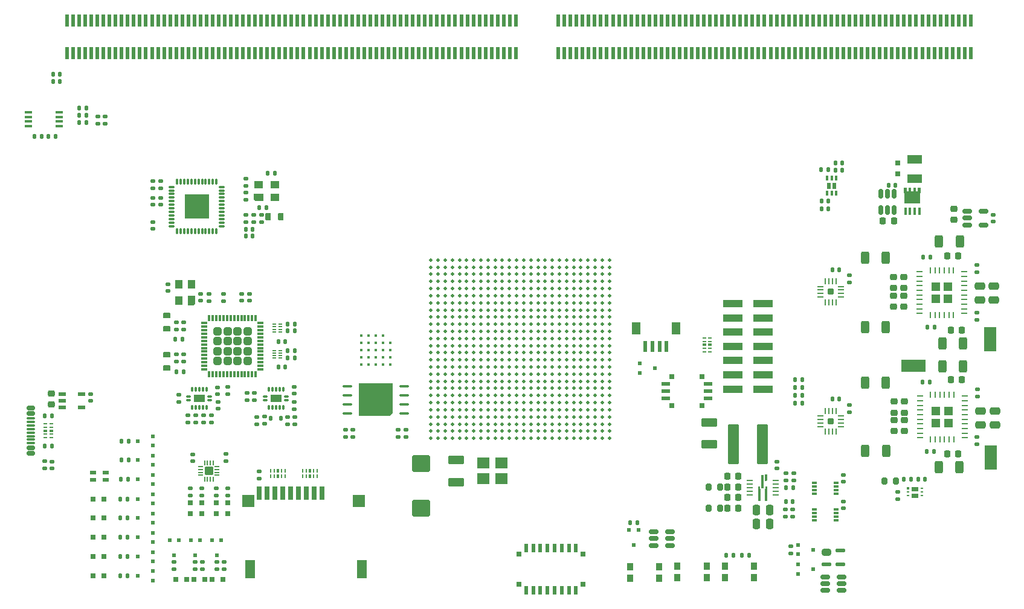
<source format=gbr>
G04 #@! TF.GenerationSoftware,KiCad,Pcbnew,7.0.11-rc3*
G04 #@! TF.CreationDate,2024-11-10T09:22:12+01:00*
G04 #@! TF.ProjectId,sodimm-ddr5-tester,736f6469-6d6d-42d6-9464-72352d746573,1.2.0*
G04 #@! TF.SameCoordinates,Original*
G04 #@! TF.FileFunction,Paste,Top*
G04 #@! TF.FilePolarity,Positive*
%FSLAX46Y46*%
G04 Gerber Fmt 4.6, Leading zero omitted, Abs format (unit mm)*
G04 Created by KiCad (PCBNEW 7.0.11-rc3) date 2024-11-10 09:22:12*
%MOMM*%
%LPD*%
G01*
G04 APERTURE LIST*
G04 Aperture macros list*
%AMRoundRect*
0 Rectangle with rounded corners*
0 $1 Rounding radius*
0 $2 $3 $4 $5 $6 $7 $8 $9 X,Y pos of 4 corners*
0 Add a 4 corners polygon primitive as box body*
4,1,4,$2,$3,$4,$5,$6,$7,$8,$9,$2,$3,0*
0 Add four circle primitives for the rounded corners*
1,1,$1+$1,$2,$3*
1,1,$1+$1,$4,$5*
1,1,$1+$1,$6,$7*
1,1,$1+$1,$8,$9*
0 Add four rect primitives between the rounded corners*
20,1,$1+$1,$2,$3,$4,$5,0*
20,1,$1+$1,$4,$5,$6,$7,0*
20,1,$1+$1,$6,$7,$8,$9,0*
20,1,$1+$1,$8,$9,$2,$3,0*%
%AMOutline5P*
0 Free polygon, 5 corners , with rotation*
0 The origin of the aperture is its center*
0 number of corners: always 5*
0 $1 to $10 corner X, Y*
0 $11 Rotation angle, in degrees counterclockwise*
0 create outline with 5 corners*
4,1,5,$1,$2,$3,$4,$5,$6,$7,$8,$9,$10,$1,$2,$11*%
%AMOutline6P*
0 Free polygon, 6 corners , with rotation*
0 The origin of the aperture is its center*
0 number of corners: always 6*
0 $1 to $12 corner X, Y*
0 $13 Rotation angle, in degrees counterclockwise*
0 create outline with 6 corners*
4,1,6,$1,$2,$3,$4,$5,$6,$7,$8,$9,$10,$11,$12,$1,$2,$13*%
%AMOutline7P*
0 Free polygon, 7 corners , with rotation*
0 The origin of the aperture is its center*
0 number of corners: always 7*
0 $1 to $14 corner X, Y*
0 $15 Rotation angle, in degrees counterclockwise*
0 create outline with 7 corners*
4,1,7,$1,$2,$3,$4,$5,$6,$7,$8,$9,$10,$11,$12,$13,$14,$1,$2,$15*%
%AMOutline8P*
0 Free polygon, 8 corners , with rotation*
0 The origin of the aperture is its center*
0 number of corners: always 8*
0 $1 to $16 corner X, Y*
0 $17 Rotation angle, in degrees counterclockwise*
0 create outline with 8 corners*
4,1,8,$1,$2,$3,$4,$5,$6,$7,$8,$9,$10,$11,$12,$13,$14,$15,$16,$1,$2,$17*%
%AMFreePoly0*
4,1,14,0.410353,0.160356,0.535354,0.035356,0.549998,0.000001,0.549998,-0.124999,0.535353,-0.160354,0.499998,-0.174999,-0.400002,-0.174999,-0.435357,-0.160354,-0.450002,-0.124999,-0.450002,0.125001,-0.435357,0.160356,-0.400002,0.175001,0.374998,0.175001,0.410353,0.160356,0.410353,0.160356,$1*%
%AMFreePoly1*
4,1,16,0.985355,0.185355,1.000000,0.150000,1.000000,-0.150000,0.985355,-0.185355,0.950000,-0.200000,-0.950000,-0.200000,-0.985355,-0.185355,-1.000000,-0.150000,-1.000000,0.050000,-0.985355,0.085355,-0.950000,0.100000,-0.670710,0.100000,-0.585356,0.185355,-0.550000,0.200000,0.950000,0.200000,0.985355,0.185355,0.985355,0.185355,$1*%
%AMFreePoly2*
4,1,16,0.985355,0.185355,1.000000,0.150000,1.000000,-0.150000,0.985355,-0.185355,0.950000,-0.200000,-0.550000,-0.200000,-0.585356,-0.185355,-0.670710,-0.100000,-0.950000,-0.100000,-0.985355,-0.085355,-1.000000,-0.050000,-1.000000,0.150000,-0.985355,0.185355,-0.950000,0.200000,0.950000,0.200000,0.985355,0.185355,0.985355,0.185355,$1*%
%AMFreePoly3*
4,1,18,-2.400000,1.860000,-1.935000,2.325000,2.167500,2.325000,2.256474,2.307302,2.331902,2.256902,2.382302,2.181474,2.400000,2.092500,2.400000,-2.092500,2.382302,-2.181474,2.331902,-2.256902,2.256474,-2.307302,2.167500,-2.325000,-2.167500,-2.325000,-2.256474,-2.307302,-2.331902,-2.256902,-2.382302,-2.181474,-2.400000,-2.092500,-2.400000,1.860000,-2.400000,1.860000,$1*%
%AMFreePoly4*
4,1,21,1.372500,0.787500,0.862500,0.787500,0.862500,0.532500,1.372500,0.532500,1.372500,0.127500,0.862500,0.127500,0.862500,-0.127500,1.372500,-0.127500,1.372500,-0.532500,0.862500,-0.532500,0.862500,-0.787500,1.372500,-0.787500,1.372500,-1.195000,0.612500,-1.195000,0.612500,-1.117500,-0.862500,-1.117500,-0.862500,1.117500,0.612500,1.117500,0.612500,1.195000,1.372500,1.195000,
1.372500,0.787500,1.372500,0.787500,$1*%
G04 Aperture macros list end*
%ADD10C,0.010000*%
%ADD11RoundRect,0.140000X0.170000X-0.140000X0.170000X0.140000X-0.170000X0.140000X-0.170000X-0.140000X0*%
%ADD12Outline5P,-0.650000X0.550000X0.650000X0.550000X0.650000X-0.550000X-0.430000X-0.550000X-0.650000X-0.330000X90.000000*%
%ADD13R,1.100000X1.300000*%
%ADD14RoundRect,0.135000X-0.135000X-0.185000X0.135000X-0.185000X0.135000X0.185000X-0.135000X0.185000X0*%
%ADD15RoundRect,0.135000X-0.185000X0.135000X-0.185000X-0.135000X0.185000X-0.135000X0.185000X0.135000X0*%
%ADD16RoundRect,0.140000X-0.170000X0.140000X-0.170000X-0.140000X0.170000X-0.140000X0.170000X0.140000X0*%
%ADD17RoundRect,0.140000X-0.140000X-0.170000X0.140000X-0.170000X0.140000X0.170000X-0.140000X0.170000X0*%
%ADD18RoundRect,0.114300X0.430700X-0.266700X0.430700X0.266700X-0.430700X0.266700X-0.430700X-0.266700X0*%
%ADD19RoundRect,0.114300X-0.430700X0.266700X-0.430700X-0.266700X0.430700X-0.266700X0.430700X0.266700X0*%
%ADD20RoundRect,0.140000X0.140000X0.170000X-0.140000X0.170000X-0.140000X-0.170000X0.140000X-0.170000X0*%
%ADD21RoundRect,0.114300X-0.266700X-0.430700X0.266700X-0.430700X0.266700X0.430700X-0.266700X0.430700X0*%
%ADD22RoundRect,0.135000X0.185000X-0.135000X0.185000X0.135000X-0.185000X0.135000X-0.185000X-0.135000X0*%
%ADD23Outline5P,-0.650000X0.550000X0.650000X0.550000X0.650000X-0.550000X-0.430000X-0.550000X-0.650000X-0.330000X0.000000*%
%ADD24R,1.300000X1.100000*%
%ADD25O,0.300000X0.900000*%
%ADD26O,0.900000X0.300000*%
%ADD27R,3.500000X3.500000*%
%ADD28C,0.500000*%
%ADD29RoundRect,0.250000X-0.250000X-0.475000X0.250000X-0.475000X0.250000X0.475000X-0.250000X0.475000X0*%
%ADD30RoundRect,0.135000X0.135000X0.185000X-0.135000X0.185000X-0.135000X-0.185000X0.135000X-0.185000X0*%
%ADD31R,0.600000X0.600000*%
%ADD32RoundRect,0.250000X0.312500X0.625000X-0.312500X0.625000X-0.312500X-0.625000X0.312500X-0.625000X0*%
%ADD33RoundRect,0.225000X-0.225000X-0.250000X0.225000X-0.250000X0.225000X0.250000X-0.225000X0.250000X0*%
%ADD34R,0.800000X0.800000*%
%ADD35RoundRect,0.225000X0.250000X-0.225000X0.250000X0.225000X-0.250000X0.225000X-0.250000X-0.225000X0*%
%ADD36RoundRect,0.225000X0.225000X0.250000X-0.225000X0.250000X-0.225000X-0.250000X0.225000X-0.250000X0*%
%ADD37R,2.032000X1.143000*%
%ADD38R,0.570000X1.800000*%
%ADD39R,0.900000X1.000000*%
%ADD40RoundRect,0.225000X-0.250000X0.225000X-0.250000X-0.225000X0.250000X-0.225000X0.250000X0.225000X0*%
%ADD41R,1.200000X0.500000*%
%ADD42R,0.700000X0.700000*%
%ADD43R,0.500000X0.170000*%
%ADD44R,3.400000X1.800000*%
%ADD45FreePoly0,270.000000*%
%ADD46R,0.300000X1.900000*%
%ADD47R,0.900000X0.250000*%
%ADD48FreePoly1,270.000000*%
%ADD49FreePoly2,270.000000*%
%ADD50R,1.100000X0.400000*%
%ADD51RoundRect,0.150000X-0.512500X-0.150000X0.512500X-0.150000X0.512500X0.150000X-0.512500X0.150000X0*%
%ADD52RoundRect,0.062500X0.212500X-0.062500X0.212500X0.062500X-0.212500X0.062500X-0.212500X-0.062500X0*%
%ADD53RoundRect,0.100000X0.175000X-0.100000X0.175000X0.100000X-0.175000X0.100000X-0.175000X-0.100000X0*%
%ADD54RoundRect,0.222500X-0.222500X0.222500X-0.222500X-0.222500X0.222500X-0.222500X0.222500X0.222500X0*%
%ADD55RoundRect,0.062500X-0.062500X0.325000X-0.062500X-0.325000X0.062500X-0.325000X0.062500X0.325000X0*%
%ADD56RoundRect,0.062500X-0.325000X0.062500X-0.325000X-0.062500X0.325000X-0.062500X0.325000X0.062500X0*%
%ADD57RoundRect,0.120000X0.980000X-0.480000X0.980000X0.480000X-0.980000X0.480000X-0.980000X-0.480000X0*%
%ADD58R,0.800000X0.300000*%
%ADD59RoundRect,0.100000X0.550000X-0.100000X0.550000X0.100000X-0.550000X0.100000X-0.550000X-0.100000X0*%
%ADD60FreePoly3,180.000000*%
%ADD61R,1.000000X0.550000*%
%ADD62R,0.450000X0.350000*%
%ADD63R,0.450000X0.250000*%
%ADD64R,0.240000X0.900000*%
%ADD65R,0.900000X0.240000*%
%ADD66R,1.180000X1.180000*%
%ADD67R,0.630000X0.820000*%
%ADD68R,0.350000X0.650000*%
%ADD69RoundRect,0.200000X0.200000X0.275000X-0.200000X0.275000X-0.200000X-0.275000X0.200000X-0.275000X0*%
%ADD70R,1.700000X1.500000*%
%ADD71RoundRect,0.062500X-0.062500X-0.212500X0.062500X-0.212500X0.062500X0.212500X-0.062500X0.212500X0*%
%ADD72RoundRect,0.100000X-0.100000X-0.175000X0.100000X-0.175000X0.100000X0.175000X-0.100000X0.175000X0*%
%ADD73O,0.800000X0.300000*%
%ADD74O,0.300000X0.800000*%
%ADD75R,1.500000X1.000000*%
%ADD76RoundRect,0.250000X0.475000X-0.250000X0.475000X0.250000X-0.475000X0.250000X-0.475000X-0.250000X0*%
%ADD77R,0.405000X0.990000*%
%ADD78FreePoly4,90.000000*%
%ADD79RoundRect,0.120000X-0.980000X0.480000X-0.980000X-0.480000X0.980000X-0.480000X0.980000X0.480000X0*%
%ADD80RoundRect,0.050000X-0.250000X-0.050000X0.250000X-0.050000X0.250000X0.050000X-0.250000X0.050000X0*%
%ADD81RoundRect,0.050000X0.050000X-0.250000X0.050000X0.250000X-0.050000X0.250000X-0.050000X-0.250000X0*%
%ADD82RoundRect,0.050000X0.550000X-0.550000X0.550000X0.550000X-0.550000X0.550000X-0.550000X-0.550000X0*%
%ADD83RoundRect,0.150000X0.512500X0.150000X-0.512500X0.150000X-0.512500X-0.150000X0.512500X-0.150000X0*%
%ADD84R,0.600000X1.550000*%
%ADD85R,1.200000X1.800000*%
%ADD86R,0.850000X0.500000*%
%ADD87RoundRect,0.231000X-1.029000X0.924000X-1.029000X-0.924000X1.029000X-0.924000X1.029000X0.924000X0*%
%ADD88R,0.700000X1.900000*%
%ADD89R,1.700000X1.800000*%
%ADD90R,1.400000X2.600000*%
%ADD91C,0.400000*%
%ADD92R,1.800000X3.400000*%
%ADD93RoundRect,0.155000X0.620000X2.645000X-0.620000X2.645000X-0.620000X-2.645000X0.620000X-2.645000X0*%
%ADD94R,0.500000X1.200000*%
%ADD95RoundRect,0.235000X-0.420000X0.235000X-0.420000X-0.235000X0.420000X-0.235000X0.420000X0.235000X0*%
%ADD96RoundRect,0.137500X-0.517500X0.137500X-0.517500X-0.137500X0.517500X-0.137500X0.517500X0.137500X0*%
%ADD97RoundRect,0.150000X-0.425000X0.150000X-0.425000X-0.150000X0.425000X-0.150000X0.425000X0.150000X0*%
%ADD98RoundRect,0.075000X-0.500000X0.075000X-0.500000X-0.075000X0.500000X-0.075000X0.500000X0.075000X0*%
%ADD99RoundRect,0.150000X-0.150000X0.512500X-0.150000X-0.512500X0.150000X-0.512500X0.150000X0.512500X0*%
%ADD100RoundRect,0.125000X0.125000X0.175000X-0.125000X0.175000X-0.125000X-0.175000X0.125000X-0.175000X0*%
%ADD101RoundRect,0.250000X-0.315000X-0.315000X0.315000X-0.315000X0.315000X0.315000X-0.315000X0.315000X0*%
%ADD102RoundRect,0.075000X-0.362500X-0.075000X0.362500X-0.075000X0.362500X0.075000X-0.362500X0.075000X0*%
%ADD103RoundRect,0.075000X0.075000X-0.362500X0.075000X0.362500X-0.075000X0.362500X-0.075000X-0.362500X0*%
%ADD104R,2.750000X1.000000*%
G04 APERTURE END LIST*
D10*
X193772000Y-194149000D02*
X194575000Y-194149000D01*
X194575000Y-194149000D02*
X194575000Y-194647000D01*
X194575000Y-194647000D02*
X193772000Y-194647000D01*
X193772000Y-194647000D02*
X193772000Y-194149000D01*
G36*
X193772000Y-194149000D02*
G01*
X194575000Y-194149000D01*
X194575000Y-194647000D01*
X193772000Y-194647000D01*
X193772000Y-194149000D01*
G37*
X193772000Y-195050000D02*
X194575000Y-195050000D01*
X194575000Y-195050000D02*
X194575000Y-195548000D01*
X194575000Y-195548000D02*
X193772000Y-195548000D01*
X193772000Y-195548000D02*
X193772000Y-195050000D01*
G36*
X193772000Y-195050000D02*
G01*
X194575000Y-195050000D01*
X194575000Y-195548000D01*
X193772000Y-195548000D01*
X193772000Y-195050000D01*
G37*
D11*
X90690501Y-172016000D03*
X90690501Y-171056000D03*
X95272344Y-168032328D03*
X95272344Y-167072328D03*
D12*
X92847501Y-168026000D03*
D13*
X92847501Y-165726000D03*
X91048501Y-165726000D03*
X91048501Y-168026000D03*
D14*
X106265000Y-175020000D03*
X107285000Y-175020000D03*
X106265000Y-176045000D03*
X107285000Y-176045000D03*
X106270000Y-171260000D03*
X107290000Y-171260000D03*
X106270000Y-172260000D03*
X107290000Y-172260000D03*
D15*
X94500000Y-184090000D03*
X94500000Y-185110000D03*
X92300000Y-184090000D03*
X92300000Y-185110000D03*
X93422843Y-184088328D03*
X93422843Y-185108328D03*
X95600000Y-184090000D03*
X95600000Y-185110000D03*
D11*
X97272344Y-168032328D03*
X97272344Y-167072328D03*
X94059829Y-168027157D03*
X94059829Y-167067157D03*
D16*
X97900000Y-180120000D03*
X97900000Y-181080000D03*
D17*
X104987344Y-177267328D03*
X105947344Y-177267328D03*
D18*
X89310501Y-170144000D03*
X89310501Y-171923000D03*
D14*
X90542344Y-173382328D03*
X91562344Y-173382328D03*
D16*
X90690501Y-175556000D03*
X90690501Y-176516000D03*
X91689001Y-175555000D03*
X91689001Y-176515000D03*
D19*
X89310501Y-177426000D03*
X89310501Y-175647000D03*
D16*
X89523501Y-165695000D03*
X89523501Y-166655000D03*
D15*
X102290200Y-191907299D03*
X102290200Y-192927299D03*
D11*
X91689001Y-172015000D03*
X91689001Y-171055000D03*
X99847344Y-168022328D03*
X99847344Y-167062328D03*
X100927344Y-168022328D03*
X100927344Y-167062328D03*
D17*
X104988344Y-173767328D03*
X105948344Y-173767328D03*
X100420501Y-158958851D03*
X101380501Y-158958851D03*
X100420501Y-157958851D03*
X101380501Y-157958851D03*
D11*
X100400501Y-156938851D03*
X100400501Y-155978851D03*
D16*
X88500501Y-153578851D03*
X88500501Y-154538851D03*
D11*
X101500501Y-156938851D03*
X101500501Y-155978851D03*
X88500501Y-152213157D03*
X88500501Y-151253157D03*
X102600501Y-156938851D03*
X102600501Y-155978851D03*
D16*
X87400501Y-156978851D03*
X87400501Y-157938851D03*
X87400501Y-153578851D03*
X87400501Y-154538851D03*
D11*
X87400501Y-152213157D03*
X87400501Y-151253157D03*
D20*
X103280501Y-154958851D03*
X102320501Y-154958851D03*
D17*
X103520501Y-150158851D03*
X104480501Y-150158851D03*
D21*
X105391501Y-156223149D03*
X103612501Y-156223149D03*
D15*
X100400501Y-150848851D03*
X100400501Y-151868851D03*
D22*
X100400501Y-153868851D03*
X100400501Y-152848851D03*
D23*
X102199501Y-153507851D03*
D24*
X104499501Y-153507851D03*
X104499501Y-151708851D03*
X102199501Y-151708851D03*
D25*
X96300501Y-151286000D03*
X95800501Y-151286000D03*
X95300501Y-151286000D03*
X94800501Y-151286000D03*
X94300501Y-151286000D03*
X93800501Y-151286000D03*
X93302501Y-151286000D03*
X92802501Y-151286000D03*
X92301501Y-151286000D03*
X91801501Y-151286000D03*
X91301501Y-151286000D03*
X90801501Y-151286000D03*
D26*
X90051501Y-152036000D03*
X90051501Y-152536000D03*
X90051501Y-153036000D03*
X90051501Y-153536000D03*
X90051501Y-154036000D03*
X90051501Y-154536000D03*
X90051501Y-155034000D03*
X90051501Y-155534000D03*
X90051501Y-156035000D03*
X90051501Y-156535000D03*
X90051501Y-157035000D03*
X90051501Y-157535000D03*
D25*
X90801501Y-158285000D03*
X91301501Y-158285000D03*
X91801501Y-158285000D03*
X92301501Y-158285000D03*
X92802501Y-158285000D03*
X93302501Y-158285000D03*
X93800501Y-158285000D03*
X94300501Y-158285000D03*
X94800501Y-158285000D03*
X95300501Y-158285000D03*
X95800501Y-158285000D03*
X96300501Y-158285000D03*
D26*
X97050501Y-157535000D03*
X97050501Y-157035000D03*
X97050501Y-156535000D03*
X97050501Y-156035000D03*
X97050501Y-155534000D03*
X97050501Y-155034000D03*
X97050501Y-154536000D03*
X97050501Y-154036000D03*
X97050501Y-153536000D03*
X97050501Y-153036000D03*
X97050501Y-152536000D03*
X97050501Y-152036000D03*
D27*
X93550501Y-154786000D03*
D28*
X151375501Y-187301000D03*
X150375501Y-187301000D03*
X149375501Y-187301000D03*
X148375501Y-187301000D03*
X147375501Y-187301000D03*
X146375501Y-187301000D03*
X145375501Y-187301000D03*
X144375501Y-187301000D03*
X143375501Y-187301000D03*
X142375501Y-187301000D03*
X141375501Y-187301000D03*
X140375501Y-187301000D03*
X139375501Y-187301000D03*
X138376501Y-187301000D03*
X137376501Y-187301000D03*
X136376501Y-187301000D03*
X135376501Y-187301000D03*
X134376501Y-187301000D03*
X133376501Y-187301000D03*
X132376501Y-187301000D03*
X131376501Y-187301000D03*
X130376501Y-187301000D03*
X129376501Y-187301000D03*
X128376501Y-187301000D03*
X127376501Y-187301000D03*
X126376501Y-187301000D03*
X151375501Y-167302000D03*
X150375501Y-167302000D03*
X149375501Y-167302000D03*
X148375501Y-167302000D03*
X147375501Y-167302000D03*
X146375501Y-167302000D03*
X145375501Y-167302000D03*
X144375501Y-167302000D03*
X143375501Y-167302000D03*
X142375501Y-167302000D03*
X141375501Y-167302000D03*
X140375501Y-167302000D03*
X139375501Y-167302000D03*
X138376501Y-167302000D03*
X137376501Y-167302000D03*
X136376501Y-167302000D03*
X135376501Y-167302000D03*
X134376501Y-167302000D03*
X133376501Y-167302000D03*
X132376501Y-167302000D03*
X131376501Y-167302000D03*
X130376501Y-167302000D03*
X129376501Y-167302000D03*
X128376501Y-167302000D03*
X127376501Y-167302000D03*
X126376501Y-167302000D03*
X151375501Y-166302000D03*
X150375501Y-166302000D03*
X149375501Y-166302000D03*
X148375501Y-166302000D03*
X147375501Y-166302000D03*
X146375501Y-166302000D03*
X145375501Y-166302000D03*
X144375501Y-166302000D03*
X143375501Y-166302000D03*
X142375501Y-166302000D03*
X141375501Y-166302000D03*
X140375501Y-166302000D03*
X139375501Y-166302000D03*
X138376501Y-166302000D03*
X137376501Y-166302000D03*
X136376501Y-166302000D03*
X135376501Y-166302000D03*
X134376501Y-166302000D03*
X133376501Y-166302000D03*
X132376501Y-166302000D03*
X131376501Y-166302000D03*
X130376501Y-166302000D03*
X129376501Y-166302000D03*
X128376501Y-166302000D03*
X127376501Y-166302000D03*
X126376501Y-166302000D03*
X151375501Y-165302000D03*
X150375501Y-165302000D03*
X149375501Y-165302000D03*
X148375501Y-165302000D03*
X147375501Y-165302000D03*
X146375501Y-165302000D03*
X145375501Y-165302000D03*
X144375501Y-165302000D03*
X143375501Y-165302000D03*
X142375501Y-165302000D03*
X141375501Y-165302000D03*
X140375501Y-165302000D03*
X139375501Y-165302000D03*
X138376501Y-165302000D03*
X137376501Y-165302000D03*
X136376501Y-165302000D03*
X135376501Y-165302000D03*
X134376501Y-165302000D03*
X133376501Y-165302000D03*
X132376501Y-165302000D03*
X131376501Y-165302000D03*
X130376501Y-165302000D03*
X129376501Y-165302000D03*
X128376501Y-165302000D03*
X127376501Y-165302000D03*
X126376501Y-165302000D03*
X151375501Y-164302000D03*
X150375501Y-164302000D03*
X149375501Y-164302000D03*
X148375501Y-164302000D03*
X147375501Y-164302000D03*
X146375501Y-164302000D03*
X145375501Y-164302000D03*
X144375501Y-164302000D03*
X143375501Y-164302000D03*
X142375501Y-164302000D03*
X141375501Y-164302000D03*
X140375501Y-164302000D03*
X139375501Y-164302000D03*
X138376501Y-164302000D03*
X137376501Y-164302000D03*
X136376501Y-164302000D03*
X135376501Y-164302000D03*
X134376501Y-164302000D03*
X133376501Y-164302000D03*
X132376501Y-164302000D03*
X131376501Y-164302000D03*
X130376501Y-164302000D03*
X129376501Y-164302000D03*
X128376501Y-164302000D03*
X127376501Y-164302000D03*
X126376501Y-164302000D03*
X151375501Y-163302000D03*
X150375501Y-163302000D03*
X149375501Y-163302000D03*
X148375501Y-163302000D03*
X147375501Y-163302000D03*
X146375501Y-163302000D03*
X145375501Y-163302000D03*
X144375501Y-163302000D03*
X143375501Y-163302000D03*
X142375501Y-163302000D03*
X141375501Y-163302000D03*
X140375501Y-163302000D03*
X139375501Y-163302000D03*
X138376501Y-163302000D03*
X137376501Y-163302000D03*
X136376501Y-163302000D03*
X135376501Y-163302000D03*
X134376501Y-163302000D03*
X133376501Y-163302000D03*
X132376501Y-163302000D03*
X131376501Y-163302000D03*
X130376501Y-163302000D03*
X129376501Y-163302000D03*
X128376501Y-163302000D03*
X127376501Y-163302000D03*
X126376501Y-163302000D03*
X151375501Y-162302000D03*
X150375501Y-162302000D03*
X149375501Y-162302000D03*
X148375501Y-162302000D03*
X147375501Y-162302000D03*
X146375501Y-162302000D03*
X145375501Y-162302000D03*
X144375501Y-162302000D03*
X143375501Y-162302000D03*
X142375501Y-162302000D03*
X141375501Y-162302000D03*
X140375501Y-162302000D03*
X139375501Y-162302000D03*
X138376501Y-162302000D03*
X137376501Y-162302000D03*
X136376501Y-162302000D03*
X135376501Y-162302000D03*
X134376501Y-162302000D03*
X133376501Y-162302000D03*
X132376501Y-162302000D03*
X131376501Y-162302000D03*
X130376501Y-162302000D03*
X129376501Y-162302000D03*
X128376501Y-162302000D03*
X127376501Y-162302000D03*
X126376501Y-162302000D03*
X151375501Y-186301000D03*
X150375501Y-186301000D03*
X149375501Y-186301000D03*
X148375501Y-186301000D03*
X147375501Y-186301000D03*
X146375501Y-186301000D03*
X145375501Y-186301000D03*
X144375501Y-186301000D03*
X143375501Y-186301000D03*
X142375501Y-186301000D03*
X141375501Y-186301000D03*
X140375501Y-186301000D03*
X139375501Y-186301000D03*
X138376501Y-186301000D03*
X137376501Y-186301000D03*
X136376501Y-186301000D03*
X135376501Y-186301000D03*
X134376501Y-186301000D03*
X133376501Y-186301000D03*
X132376501Y-186301000D03*
X131376501Y-186301000D03*
X130376501Y-186301000D03*
X129376501Y-186301000D03*
X128376501Y-186301000D03*
X127376501Y-186301000D03*
X126376501Y-186301000D03*
X151375501Y-185301000D03*
X150375501Y-185301000D03*
X149375501Y-185301000D03*
X148375501Y-185301000D03*
X147375501Y-185301000D03*
X146375501Y-185301000D03*
X145375501Y-185301000D03*
X144375501Y-185301000D03*
X143375501Y-185301000D03*
X142375501Y-185301000D03*
X141375501Y-185301000D03*
X140375501Y-185301000D03*
X139375501Y-185301000D03*
X138376501Y-185301000D03*
X137376501Y-185301000D03*
X136376501Y-185301000D03*
X135376501Y-185301000D03*
X134376501Y-185301000D03*
X133376501Y-185301000D03*
X132376501Y-185301000D03*
X131376501Y-185301000D03*
X130376501Y-185301000D03*
X129376501Y-185301000D03*
X128376501Y-185301000D03*
X127376501Y-185301000D03*
X126376501Y-185301000D03*
X151375501Y-184301000D03*
X150375501Y-184301000D03*
X149375501Y-184301000D03*
X148375501Y-184301000D03*
X147375501Y-184301000D03*
X146375501Y-184301000D03*
X145375501Y-184301000D03*
X144375501Y-184301000D03*
X143375501Y-184301000D03*
X142375501Y-184301000D03*
X141375501Y-184301000D03*
X140375501Y-184301000D03*
X139375501Y-184301000D03*
X138376501Y-184301000D03*
X137376501Y-184301000D03*
X136376501Y-184301000D03*
X135376501Y-184301000D03*
X134376501Y-184301000D03*
X133376501Y-184301000D03*
X132376501Y-184301000D03*
X131376501Y-184301000D03*
X130376501Y-184301000D03*
X129376501Y-184301000D03*
X128376501Y-184301000D03*
X127376501Y-184301000D03*
X126376501Y-184301000D03*
X151375501Y-183301000D03*
X150375501Y-183301000D03*
X149375501Y-183301000D03*
X148375501Y-183301000D03*
X147375501Y-183301000D03*
X146375501Y-183301000D03*
X145375501Y-183301000D03*
X144375501Y-183301000D03*
X143375501Y-183301000D03*
X142375501Y-183301000D03*
X141375501Y-183301000D03*
X140375501Y-183301000D03*
X139375501Y-183301000D03*
X138376501Y-183301000D03*
X137376501Y-183301000D03*
X136376501Y-183301000D03*
X135376501Y-183301000D03*
X134376501Y-183301000D03*
X133376501Y-183301000D03*
X132376501Y-183301000D03*
X131376501Y-183301000D03*
X130376501Y-183301000D03*
X129376501Y-183301000D03*
X128376501Y-183301000D03*
X127376501Y-183301000D03*
X126376501Y-183301000D03*
X151375501Y-182301000D03*
X150375501Y-182301000D03*
X149375501Y-182301000D03*
X148375501Y-182301000D03*
X147375501Y-182301000D03*
X146375501Y-182301000D03*
X145375501Y-182301000D03*
X144375501Y-182301000D03*
X143375501Y-182301000D03*
X142375501Y-182301000D03*
X141375501Y-182301000D03*
X140375501Y-182301000D03*
X139375501Y-182301000D03*
X138376501Y-182301000D03*
X137376501Y-182301000D03*
X136376501Y-182301000D03*
X135376501Y-182301000D03*
X134376501Y-182301000D03*
X133376501Y-182301000D03*
X132376501Y-182301000D03*
X131376501Y-182301000D03*
X130376501Y-182301000D03*
X129376501Y-182301000D03*
X128376501Y-182301000D03*
X127376501Y-182301000D03*
X126376501Y-182301000D03*
X151375501Y-181301000D03*
X150375501Y-181301000D03*
X149375501Y-181301000D03*
X148375501Y-181301000D03*
X147375501Y-181301000D03*
X146375501Y-181301000D03*
X145375501Y-181301000D03*
X144375501Y-181301000D03*
X143375501Y-181301000D03*
X142375501Y-181301000D03*
X141375501Y-181301000D03*
X140375501Y-181301000D03*
X139375501Y-181301000D03*
X138376501Y-181301000D03*
X137376501Y-181301000D03*
X136376501Y-181301000D03*
X135376501Y-181301000D03*
X134376501Y-181301000D03*
X133376501Y-181301000D03*
X132376501Y-181301000D03*
X131376501Y-181301000D03*
X130376501Y-181301000D03*
X129376501Y-181301000D03*
X128376501Y-181301000D03*
X127376501Y-181301000D03*
X126376501Y-181301000D03*
X151375501Y-180301000D03*
X150375501Y-180301000D03*
X149375501Y-180301000D03*
X148375501Y-180301000D03*
X147375501Y-180301000D03*
X146375501Y-180301000D03*
X145375501Y-180301000D03*
X144375501Y-180301000D03*
X143375501Y-180301000D03*
X142375501Y-180301000D03*
X141375501Y-180301000D03*
X140375501Y-180301000D03*
X139375501Y-180301000D03*
X138376501Y-180301000D03*
X137376501Y-180301000D03*
X136376501Y-180301000D03*
X135376501Y-180301000D03*
X134376501Y-180301000D03*
X133376501Y-180301000D03*
X132376501Y-180301000D03*
X131376501Y-180301000D03*
X130376501Y-180301000D03*
X129376501Y-180301000D03*
X128376501Y-180301000D03*
X127376501Y-180301000D03*
X126376501Y-180301000D03*
X151375501Y-179301000D03*
X150375501Y-179301000D03*
X149375501Y-179301000D03*
X148375501Y-179301000D03*
X147375501Y-179301000D03*
X146375501Y-179301000D03*
X145375501Y-179301000D03*
X144375501Y-179301000D03*
X143375501Y-179301000D03*
X142375501Y-179301000D03*
X141375501Y-179301000D03*
X140375501Y-179301000D03*
X139375501Y-179301000D03*
X138376501Y-179301000D03*
X137376501Y-179301000D03*
X136376501Y-179301000D03*
X135376501Y-179301000D03*
X134376501Y-179301000D03*
X133376501Y-179301000D03*
X132376501Y-179301000D03*
X131376501Y-179301000D03*
X130376501Y-179301000D03*
X129376501Y-179301000D03*
X128376501Y-179301000D03*
X127376501Y-179301000D03*
X126376501Y-179301000D03*
X151375501Y-178301000D03*
X150375501Y-178301000D03*
X149375501Y-178301000D03*
X148375501Y-178301000D03*
X147375501Y-178301000D03*
X146375501Y-178301000D03*
X145375501Y-178301000D03*
X144375501Y-178301000D03*
X143375501Y-178301000D03*
X142375501Y-178301000D03*
X141375501Y-178301000D03*
X140375501Y-178301000D03*
X139375501Y-178301000D03*
X138376501Y-178301000D03*
X137376501Y-178301000D03*
X136376501Y-178301000D03*
X135376501Y-178301000D03*
X134376501Y-178301000D03*
X133376501Y-178301000D03*
X132376501Y-178301000D03*
X131376501Y-178301000D03*
X130376501Y-178301000D03*
X129376501Y-178301000D03*
X128376501Y-178301000D03*
X127376501Y-178301000D03*
X126376501Y-178301000D03*
X151375501Y-177301000D03*
X150375501Y-177301000D03*
X149375501Y-177301000D03*
X148375501Y-177301000D03*
X147375501Y-177301000D03*
X146375501Y-177301000D03*
X145375501Y-177301000D03*
X144375501Y-177301000D03*
X143375501Y-177301000D03*
X142375501Y-177301000D03*
X141375501Y-177301000D03*
X140375501Y-177301000D03*
X139375501Y-177301000D03*
X138376501Y-177301000D03*
X137376501Y-177301000D03*
X136376501Y-177301000D03*
X135376501Y-177301000D03*
X134376501Y-177301000D03*
X133376501Y-177301000D03*
X132376501Y-177301000D03*
X131376501Y-177301000D03*
X130376501Y-177301000D03*
X129376501Y-177301000D03*
X128376501Y-177301000D03*
X127376501Y-177301000D03*
X126376501Y-177301000D03*
X151375501Y-176301000D03*
X150375501Y-176301000D03*
X149375501Y-176301000D03*
X148375501Y-176301000D03*
X147375501Y-176301000D03*
X146375501Y-176301000D03*
X145375501Y-176301000D03*
X144375501Y-176301000D03*
X143375501Y-176301000D03*
X142375501Y-176301000D03*
X141375501Y-176301000D03*
X140375501Y-176301000D03*
X139375501Y-176301000D03*
X138376501Y-176301000D03*
X137376501Y-176301000D03*
X136376501Y-176301000D03*
X135376501Y-176301000D03*
X134376501Y-176301000D03*
X133376501Y-176301000D03*
X132376501Y-176301000D03*
X131376501Y-176301000D03*
X130376501Y-176301000D03*
X129376501Y-176301000D03*
X128376501Y-176301000D03*
X127376501Y-176301000D03*
X126376501Y-176301000D03*
X151375501Y-175301000D03*
X150375501Y-175301000D03*
X149375501Y-175301000D03*
X148375501Y-175301000D03*
X147375501Y-175301000D03*
X146375501Y-175301000D03*
X145375501Y-175301000D03*
X144375501Y-175301000D03*
X143375501Y-175301000D03*
X142375501Y-175301000D03*
X141375501Y-175301000D03*
X140375501Y-175301000D03*
X139375501Y-175301000D03*
X138376501Y-175301000D03*
X137376501Y-175301000D03*
X136376501Y-175301000D03*
X135376501Y-175301000D03*
X134376501Y-175301000D03*
X133376501Y-175301000D03*
X132376501Y-175301000D03*
X131376501Y-175301000D03*
X130376501Y-175301000D03*
X129376501Y-175301000D03*
X128376501Y-175301000D03*
X127376501Y-175301000D03*
X126376501Y-175301000D03*
X151375501Y-174302000D03*
X150375501Y-174302000D03*
X149375501Y-174302000D03*
X148375501Y-174302000D03*
X147375501Y-174302000D03*
X146375501Y-174302000D03*
X145375501Y-174302000D03*
X144375501Y-174302000D03*
X143375501Y-174302000D03*
X142375501Y-174302000D03*
X141375501Y-174302000D03*
X140375501Y-174302000D03*
X139375501Y-174302000D03*
X138376501Y-174302000D03*
X137376501Y-174302000D03*
X136376501Y-174302000D03*
X135376501Y-174302000D03*
X134376501Y-174302000D03*
X133376501Y-174302000D03*
X132376501Y-174302000D03*
X131376501Y-174302000D03*
X130376501Y-174302000D03*
X129376501Y-174302000D03*
X128376501Y-174302000D03*
X127376501Y-174302000D03*
X126376501Y-174302000D03*
X151375501Y-173302000D03*
X150375501Y-173302000D03*
X149375501Y-173302000D03*
X148375501Y-173302000D03*
X147375501Y-173302000D03*
X146375501Y-173302000D03*
X145375501Y-173302000D03*
X144375501Y-173302000D03*
X143375501Y-173302000D03*
X142375501Y-173302000D03*
X141375501Y-173302000D03*
X140375501Y-173302000D03*
X139375501Y-173302000D03*
X138376501Y-173302000D03*
X137376501Y-173302000D03*
X136376501Y-173302000D03*
X135376501Y-173302000D03*
X134376501Y-173302000D03*
X133376501Y-173302000D03*
X132376501Y-173302000D03*
X131376501Y-173302000D03*
X130376501Y-173302000D03*
X129376501Y-173302000D03*
X128376501Y-173302000D03*
X127376501Y-173302000D03*
X126376501Y-173302000D03*
X151375501Y-172302000D03*
X150375501Y-172302000D03*
X149375501Y-172302000D03*
X148375501Y-172302000D03*
X147375501Y-172302000D03*
X146375501Y-172302000D03*
X145375501Y-172302000D03*
X144375501Y-172302000D03*
X143375501Y-172302000D03*
X142375501Y-172302000D03*
X141375501Y-172302000D03*
X140375501Y-172302000D03*
X139375501Y-172302000D03*
X138376501Y-172302000D03*
X137376501Y-172302000D03*
X136376501Y-172302000D03*
X135376501Y-172302000D03*
X134376501Y-172302000D03*
X133376501Y-172302000D03*
X132376501Y-172302000D03*
X131376501Y-172302000D03*
X130376501Y-172302000D03*
X129376501Y-172302000D03*
X128376501Y-172302000D03*
X127376501Y-172302000D03*
X126376501Y-172302000D03*
X151375501Y-171302000D03*
X150375501Y-171302000D03*
X149375501Y-171302000D03*
X148375501Y-171302000D03*
X147375501Y-171302000D03*
X146375501Y-171302000D03*
X145375501Y-171302000D03*
X144375501Y-171302000D03*
X143375501Y-171302000D03*
X142375501Y-171302000D03*
X141375501Y-171302000D03*
X140375501Y-171302000D03*
X139375501Y-171302000D03*
X138376501Y-171302000D03*
X137376501Y-171302000D03*
X136376501Y-171302000D03*
X135376501Y-171302000D03*
X134376501Y-171302000D03*
X133376501Y-171302000D03*
X132376501Y-171302000D03*
X131376501Y-171302000D03*
X130376501Y-171302000D03*
X129376501Y-171302000D03*
X128376501Y-171302000D03*
X127376501Y-171302000D03*
X126376501Y-171302000D03*
X151375501Y-170302000D03*
X150375501Y-170302000D03*
X149375501Y-170302000D03*
X148375501Y-170302000D03*
X147375501Y-170302000D03*
X146375501Y-170302000D03*
X145375501Y-170302000D03*
X144375501Y-170302000D03*
X143375501Y-170302000D03*
X142375501Y-170302000D03*
X141375501Y-170302000D03*
X140375501Y-170302000D03*
X139375501Y-170302000D03*
X138376501Y-170302000D03*
X137376501Y-170302000D03*
X136376501Y-170302000D03*
X135376501Y-170302000D03*
X134376501Y-170302000D03*
X133376501Y-170302000D03*
X132376501Y-170302000D03*
X131376501Y-170302000D03*
X130376501Y-170302000D03*
X129376501Y-170302000D03*
X128376501Y-170302000D03*
X127376501Y-170302000D03*
X126376501Y-170302000D03*
X151375501Y-169302000D03*
X150375501Y-169302000D03*
X149375501Y-169302000D03*
X148375501Y-169302000D03*
X147375501Y-169302000D03*
X146375501Y-169302000D03*
X145375501Y-169302000D03*
X144375501Y-169302000D03*
X143375501Y-169302000D03*
X142375501Y-169302000D03*
X141375501Y-169302000D03*
X140375501Y-169302000D03*
X139375501Y-169302000D03*
X138376501Y-169302000D03*
X137376501Y-169302000D03*
X136376501Y-169302000D03*
X135376501Y-169302000D03*
X134376501Y-169302000D03*
X133376501Y-169302000D03*
X132376501Y-169302000D03*
X131376501Y-169302000D03*
X130376501Y-169302000D03*
X129376501Y-169302000D03*
X128376501Y-169302000D03*
X127376501Y-169302000D03*
X126376501Y-169302000D03*
X151375501Y-168302000D03*
X150375501Y-168302000D03*
X149375501Y-168302000D03*
X148375501Y-168302000D03*
X147375501Y-168302000D03*
X146375501Y-168302000D03*
X145375501Y-168302000D03*
X144375501Y-168302000D03*
X143375501Y-168302000D03*
X142375501Y-168302000D03*
X141375501Y-168302000D03*
X140375501Y-168302000D03*
X139375501Y-168302000D03*
X138376501Y-168302000D03*
X137376501Y-168302000D03*
X136376501Y-168302000D03*
X135376501Y-168302000D03*
X134376501Y-168302000D03*
X133376501Y-168302000D03*
X132376501Y-168302000D03*
X131376501Y-168302000D03*
X130376501Y-168302000D03*
X129376501Y-168302000D03*
X128376501Y-168302000D03*
X127376501Y-168302000D03*
X126376501Y-168302000D03*
D14*
X90690000Y-178000000D03*
X91710000Y-178000000D03*
D29*
X171969500Y-199314502D03*
X173869500Y-199314502D03*
D30*
X78113900Y-142024299D03*
X77093900Y-142024299D03*
D31*
X91051063Y-201588860D03*
X89751063Y-201588860D03*
X90401063Y-203689860D03*
D32*
X200962500Y-177173000D03*
X198037500Y-177173000D03*
D33*
X198725000Y-189475000D03*
X200275000Y-189475000D03*
D34*
X97857500Y-196378600D03*
X97857500Y-197878600D03*
X79058200Y-198500000D03*
X80558200Y-198500000D03*
D35*
X192745501Y-183698000D03*
X192745501Y-182148000D03*
D11*
X92956500Y-190509600D03*
X92956500Y-189549600D03*
D33*
X198750000Y-161722000D03*
X200300000Y-161722000D03*
D31*
X87365500Y-188323000D03*
X87365500Y-187023000D03*
X85264500Y-187673000D03*
D20*
X193630000Y-193050000D03*
X192670000Y-193050000D03*
D22*
X100600000Y-181960000D03*
X100600000Y-180940000D03*
D30*
X196391001Y-161922000D03*
X195371001Y-161922000D03*
D15*
X102000000Y-184290000D03*
X102000000Y-185310000D03*
D35*
X191168501Y-166247000D03*
X191168501Y-164697000D03*
D36*
X169430501Y-194114502D03*
X167880501Y-194114502D03*
D22*
X97353063Y-205653400D03*
X97353063Y-204633400D03*
D17*
X169976800Y-203733400D03*
X170936800Y-203733400D03*
D37*
X194128400Y-148172600D03*
X194128400Y-150872600D03*
D17*
X190490159Y-151829699D03*
X191450159Y-151829699D03*
D33*
X199220501Y-179073000D03*
X200770501Y-179073000D03*
D14*
X82799200Y-203901000D03*
X83819200Y-203901000D03*
D32*
X200462500Y-191325000D03*
X197537500Y-191325000D03*
D38*
X75374501Y-133297000D03*
X76224501Y-133297000D03*
X77075501Y-133297000D03*
X77925501Y-133297000D03*
X78774501Y-133297000D03*
X79624501Y-133297000D03*
X80474501Y-133297000D03*
X81325501Y-133297000D03*
X82175501Y-133297000D03*
X83024501Y-133297000D03*
X83874501Y-133297000D03*
X84724501Y-133297000D03*
X85575501Y-133297000D03*
X86425501Y-133297000D03*
X87274501Y-133297000D03*
X88124501Y-133297000D03*
X88974501Y-133297000D03*
X89825501Y-133297000D03*
X90675501Y-133297000D03*
X91524501Y-133297000D03*
X92374501Y-133297000D03*
X93224501Y-133297000D03*
X94075501Y-133297000D03*
X94925501Y-133297000D03*
X95774501Y-133297000D03*
X96624501Y-133297000D03*
X97474501Y-133297000D03*
X98325501Y-133297000D03*
X99175501Y-133297000D03*
X100024501Y-133297000D03*
X100874501Y-133297000D03*
X101724501Y-133297000D03*
X102575501Y-133297000D03*
X103425501Y-133297000D03*
X104274501Y-133297000D03*
X105124501Y-133297000D03*
X105974501Y-133297000D03*
X106825501Y-133297000D03*
X107674501Y-133297000D03*
X108523501Y-133297000D03*
X109375501Y-133297000D03*
X110224501Y-133297000D03*
X111075501Y-133297000D03*
X111924501Y-133297000D03*
X112773501Y-133297000D03*
X113625501Y-133297000D03*
X114474501Y-133297000D03*
X115325501Y-133297000D03*
X116174501Y-133297000D03*
X117023501Y-133297000D03*
X117875501Y-133297000D03*
X118724501Y-133297000D03*
X119575501Y-133297000D03*
X120424501Y-133297000D03*
X121273501Y-133297000D03*
X122125501Y-133297000D03*
X122975501Y-133297000D03*
X123825501Y-133297000D03*
X124674501Y-133297000D03*
X125524501Y-133297000D03*
X126374501Y-133297000D03*
X127225501Y-133297000D03*
X128075501Y-133297000D03*
X128924501Y-133297000D03*
X129774501Y-133297000D03*
X130625501Y-133297000D03*
X131474501Y-133297000D03*
X132325501Y-133297000D03*
X133174501Y-133297000D03*
X134025501Y-133297000D03*
X134874501Y-133297000D03*
X135724501Y-133297000D03*
X136575501Y-133297000D03*
X137424501Y-133297000D03*
X138275501Y-133297000D03*
X144225501Y-133297000D03*
X145073501Y-133297000D03*
X145924501Y-133297000D03*
X146773501Y-133297000D03*
X147625501Y-133297000D03*
X148475501Y-133297000D03*
X149324501Y-133297000D03*
X150173501Y-133297000D03*
X151023501Y-133297000D03*
X151875501Y-133297000D03*
X152725501Y-133297000D03*
X153574501Y-133297000D03*
X154423501Y-133297000D03*
X155274501Y-133297000D03*
X156125501Y-133297000D03*
X156974501Y-133297000D03*
X157823501Y-133297000D03*
X158675501Y-133297000D03*
X159524501Y-133297000D03*
X160375501Y-133297000D03*
X161224501Y-133297000D03*
X162073501Y-133297000D03*
X162925501Y-133297000D03*
X163774501Y-133297000D03*
X164625501Y-133297000D03*
X165474501Y-133297000D03*
X166323501Y-133297000D03*
X167175501Y-133297000D03*
X168024501Y-133297000D03*
X168875501Y-133297000D03*
X169724501Y-133297000D03*
X170573501Y-133297000D03*
X171425501Y-133297000D03*
X172275501Y-133297000D03*
X173123501Y-133297000D03*
X173974501Y-133297000D03*
X174824501Y-133297000D03*
X175675501Y-133297000D03*
X176525501Y-133297000D03*
X177373501Y-133297000D03*
X178224501Y-133297000D03*
X179074501Y-133297000D03*
X179925501Y-133297000D03*
X180775501Y-133297000D03*
X181623501Y-133297000D03*
X182473501Y-133297000D03*
X183324501Y-133297000D03*
X184175501Y-133297000D03*
X185025501Y-133297000D03*
X185873501Y-133297000D03*
X186723501Y-133297000D03*
X187574501Y-133297000D03*
X188425501Y-133297000D03*
X189275501Y-133297000D03*
X190123501Y-133297000D03*
X190973501Y-133297000D03*
X191824501Y-133297000D03*
X192675501Y-133297000D03*
X193525501Y-133297000D03*
X194373501Y-133297000D03*
X195223501Y-133297000D03*
X196074501Y-133297000D03*
X196925501Y-133297000D03*
X197775501Y-133297000D03*
X198623501Y-133297000D03*
X199473501Y-133297000D03*
X200324501Y-133297000D03*
X201175501Y-133297000D03*
X202025501Y-133297000D03*
X75374501Y-128699000D03*
X76224501Y-128699000D03*
X77075501Y-128699000D03*
X77925501Y-128699000D03*
X78774501Y-128699000D03*
X79624501Y-128699000D03*
X80474501Y-128699000D03*
X81325501Y-128699000D03*
X82175501Y-128699000D03*
X83024501Y-128699000D03*
X83874501Y-128699000D03*
X84724501Y-128699000D03*
X85575501Y-128699000D03*
X86425501Y-128699000D03*
X87274501Y-128699000D03*
X88124501Y-128699000D03*
X88974501Y-128699000D03*
X89825501Y-128699000D03*
X90675501Y-128699000D03*
X91524501Y-128699000D03*
X92374501Y-128699000D03*
X93224501Y-128699000D03*
X94075501Y-128699000D03*
X94925501Y-128699000D03*
X95774501Y-128699000D03*
X96624501Y-128699000D03*
X97474501Y-128699000D03*
X98325501Y-128699000D03*
X99175501Y-128699000D03*
X100024501Y-128699000D03*
X100874501Y-128699000D03*
X101724501Y-128699000D03*
X102575501Y-128699000D03*
X103425501Y-128699000D03*
X104274501Y-128699000D03*
X105124501Y-128699000D03*
X105974501Y-128699000D03*
X106825501Y-128699000D03*
X107674501Y-128699000D03*
X108523501Y-128699000D03*
X109375501Y-128699000D03*
X110224501Y-128699000D03*
X111075501Y-128699000D03*
X111924501Y-128699000D03*
X112773501Y-128699000D03*
X113625501Y-128699000D03*
X114474501Y-128699000D03*
X115325501Y-128699000D03*
X116174501Y-128699000D03*
X117023501Y-128699000D03*
X117875501Y-128699000D03*
X118724501Y-128699000D03*
X119575501Y-128699000D03*
X120424501Y-128699000D03*
X121273501Y-128699000D03*
X122125501Y-128699000D03*
X122975501Y-128699000D03*
X123825501Y-128699000D03*
X124674501Y-128699000D03*
X125524501Y-128699000D03*
X126374501Y-128699000D03*
X127225501Y-128699000D03*
X128075501Y-128699000D03*
X128924501Y-128699000D03*
X129774501Y-128699000D03*
X130625501Y-128699000D03*
X131474501Y-128699000D03*
X132325501Y-128699000D03*
X133174501Y-128699000D03*
X134025501Y-128699000D03*
X134874501Y-128699000D03*
X135724501Y-128699000D03*
X136575501Y-128699000D03*
X137424501Y-128699000D03*
X138275501Y-128699000D03*
X144225501Y-128699000D03*
X145073501Y-128699000D03*
X145924501Y-128699000D03*
X146773501Y-128699000D03*
X147625501Y-128699000D03*
X148475501Y-128699000D03*
X149324501Y-128699000D03*
X150173501Y-128699000D03*
X151023501Y-128699000D03*
X151875501Y-128699000D03*
X152725501Y-128699000D03*
X153574501Y-128699000D03*
X154423501Y-128699000D03*
X155274501Y-128699000D03*
X156125501Y-128699000D03*
X156974501Y-128699000D03*
X157823501Y-128699000D03*
X158675501Y-128699000D03*
X159524501Y-128699000D03*
X160375501Y-128699000D03*
X161224501Y-128699000D03*
X162073501Y-128699000D03*
X162925501Y-128699000D03*
X163774501Y-128699000D03*
X164625501Y-128699000D03*
X165474501Y-128699000D03*
X166323501Y-128699000D03*
X167175501Y-128699000D03*
X168024501Y-128699000D03*
X168875501Y-128699000D03*
X169724501Y-128699000D03*
X170573501Y-128699000D03*
X171425501Y-128699000D03*
X172275501Y-128699000D03*
X173123501Y-128699000D03*
X173974501Y-128699000D03*
X174824501Y-128699000D03*
X175675501Y-128699000D03*
X176525501Y-128699000D03*
X177373501Y-128699000D03*
X178224501Y-128699000D03*
X179074501Y-128699000D03*
X179925501Y-128699000D03*
X180775501Y-128699000D03*
X181623501Y-128699000D03*
X182473501Y-128699000D03*
X183324501Y-128699000D03*
X184175501Y-128699000D03*
X185025501Y-128699000D03*
X185873501Y-128699000D03*
X186723501Y-128699000D03*
X187574501Y-128699000D03*
X188425501Y-128699000D03*
X189275501Y-128699000D03*
X190123501Y-128699000D03*
X190973501Y-128699000D03*
X191824501Y-128699000D03*
X192675501Y-128699000D03*
X193525501Y-128699000D03*
X194373501Y-128699000D03*
X195223501Y-128699000D03*
X196074501Y-128699000D03*
X196925501Y-128699000D03*
X197775501Y-128699000D03*
X198623501Y-128699000D03*
X199473501Y-128699000D03*
X200324501Y-128699000D03*
X201175501Y-128699000D03*
X202025501Y-128699000D03*
D39*
X158385000Y-206946400D03*
X154287000Y-206946400D03*
X158385000Y-205344400D03*
X154287000Y-205344400D03*
D32*
X200962500Y-173975000D03*
X198037500Y-173975000D03*
D29*
X171969503Y-197376000D03*
X173869503Y-197376000D03*
D32*
X190118000Y-162001000D03*
X187193000Y-162001000D03*
D33*
X199206001Y-172122000D03*
X200756001Y-172122000D03*
D40*
X191168501Y-167297000D03*
X191168501Y-168847000D03*
D41*
X159300501Y-179675000D03*
X159300501Y-180675000D03*
X159300501Y-181675000D03*
X165200501Y-181675000D03*
X165200501Y-180675000D03*
X165200501Y-179675000D03*
D42*
X160100501Y-178675000D03*
X160100501Y-182675000D03*
X164400501Y-178675000D03*
X164400501Y-182675000D03*
D43*
X104380000Y-175009000D03*
X104380000Y-175360000D03*
X104380000Y-175710000D03*
X104380000Y-176061000D03*
X105240000Y-176061000D03*
X105240000Y-175710000D03*
X105240000Y-175360000D03*
X105240000Y-175009000D03*
D22*
X94256500Y-195354600D03*
X94256500Y-194334600D03*
D14*
X177402500Y-181315000D03*
X178422500Y-181315000D03*
D44*
X194000000Y-177100000D03*
D31*
X177824000Y-202275600D03*
X177824000Y-203575600D03*
X179925000Y-202925600D03*
D45*
X173369501Y-192815501D03*
D46*
X172869501Y-193365501D03*
D47*
X171021501Y-193214501D03*
X171021501Y-193716501D03*
X171021501Y-194216501D03*
X171021501Y-194714501D03*
X171021501Y-195215501D03*
D48*
X172371501Y-195065501D03*
D49*
X173369501Y-195065501D03*
D47*
X174720501Y-195215501D03*
X174720501Y-194714501D03*
X174720501Y-194216501D03*
X174720501Y-193716501D03*
X174720501Y-193214501D03*
D14*
X154322600Y-199143800D03*
X155342600Y-199143800D03*
D50*
X74247900Y-143519800D03*
X74247900Y-142869800D03*
X74247900Y-142219800D03*
X74247900Y-141569800D03*
X69947900Y-141569800D03*
X69947900Y-142219800D03*
X69947900Y-142869800D03*
X69947900Y-143519800D03*
D22*
X92656500Y-195354600D03*
X92656500Y-194334600D03*
D16*
X184150000Y-196170000D03*
X184150000Y-197130000D03*
X184150000Y-192420000D03*
X184150000Y-193380000D03*
D14*
X82799200Y-201201000D03*
X83819200Y-201201000D03*
D51*
X201504399Y-155462600D03*
X201504399Y-156412600D03*
X201504399Y-157362600D03*
X203779399Y-157362600D03*
X203779399Y-155462600D03*
D16*
X107251000Y-180104000D03*
X107251000Y-181064000D03*
D52*
X165487000Y-175200000D03*
X165487000Y-174700000D03*
D53*
X165487000Y-174200000D03*
D52*
X165487000Y-173702000D03*
X165487000Y-173202000D03*
X164715000Y-173202000D03*
X164715000Y-173702000D03*
D53*
X164715000Y-174200000D03*
D52*
X164715000Y-174700000D03*
X164715000Y-175200000D03*
D54*
X182387107Y-184914000D03*
D55*
X183137107Y-183451500D03*
X182637107Y-183451500D03*
X182137107Y-183451500D03*
X181637107Y-183451500D03*
D56*
X180924607Y-184164000D03*
X180924607Y-184664000D03*
X180924607Y-185164000D03*
X180924607Y-185664000D03*
D55*
X181637107Y-186376500D03*
X182137107Y-186376500D03*
X182637107Y-186376500D03*
X183137107Y-186376500D03*
D56*
X183849607Y-185664000D03*
X183849607Y-185164000D03*
X183849607Y-184664000D03*
X183849607Y-184164000D03*
D16*
X96500000Y-180170000D03*
X96500000Y-181130000D03*
D22*
X202945501Y-181455500D03*
X202945501Y-180435500D03*
D17*
X183070000Y-149675000D03*
X184030000Y-149675000D03*
D30*
X196305501Y-179410500D03*
X195285501Y-179410500D03*
D22*
X202881001Y-163982000D03*
X202881001Y-162962000D03*
D36*
X169430502Y-192614501D03*
X167880502Y-192614501D03*
D57*
X165400000Y-188151000D03*
X165400000Y-185050000D03*
D31*
X177824000Y-205025600D03*
X177824000Y-206325600D03*
X179925000Y-205675600D03*
D58*
X180100000Y-197300000D03*
X180100000Y-197800000D03*
X180100000Y-198300000D03*
X180100000Y-198800000D03*
X183200000Y-198800000D03*
X183200000Y-198300000D03*
X183200000Y-197800000D03*
X183200000Y-197300000D03*
D30*
X73756000Y-144967800D03*
X72736000Y-144967800D03*
D16*
X177219502Y-192234502D03*
X177219502Y-193194502D03*
D14*
X72245899Y-188430800D03*
X73265899Y-188430800D03*
D32*
X200514001Y-159699000D03*
X197589001Y-159699000D03*
D17*
X194670000Y-193075000D03*
X195630000Y-193075000D03*
D35*
X192668501Y-166247000D03*
X192668501Y-164697000D03*
D14*
X167746800Y-203733400D03*
X168766800Y-203733400D03*
D31*
X94001063Y-201575321D03*
X92701063Y-201575321D03*
X93351063Y-203676321D03*
D14*
X82799200Y-206601000D03*
X83819200Y-206601000D03*
D59*
X122649500Y-183804500D03*
X122649500Y-182535500D03*
X122649500Y-181265500D03*
X122649500Y-179995500D03*
X114650500Y-180024500D03*
X114650500Y-181296500D03*
X114650500Y-182565500D03*
X114650500Y-183835500D03*
D60*
X118650500Y-181900500D03*
D61*
X74704899Y-181079800D03*
X74704899Y-182030800D03*
X74704899Y-182979800D03*
X77405899Y-182979800D03*
X77405899Y-181079800D03*
D62*
X193200000Y-194297000D03*
D63*
X193200000Y-194850000D03*
X193200000Y-195347000D03*
X195147000Y-195347000D03*
X195147000Y-194850000D03*
X195147000Y-194350000D03*
D14*
X177390000Y-179115000D03*
X178410000Y-179115000D03*
X82799200Y-195801000D03*
X83819200Y-195801000D03*
D31*
X87360200Y-204551000D03*
X87360200Y-203251000D03*
X85259200Y-203901000D03*
D35*
X191245501Y-183698000D03*
X191245501Y-182148000D03*
D15*
X122850000Y-186090000D03*
X122850000Y-187110000D03*
D64*
X199618501Y-163721500D03*
X198968501Y-163721500D03*
X198321501Y-163721500D03*
X197668501Y-163721500D03*
X197021501Y-163721500D03*
X196369501Y-163721500D03*
D65*
X194857501Y-163933500D03*
X194857501Y-164584500D03*
X194857501Y-165234500D03*
X194857501Y-165884500D03*
X194857501Y-166531500D03*
X194857501Y-167184500D03*
X194857501Y-167831500D03*
X194857501Y-168483500D03*
X194857501Y-169132500D03*
X194857501Y-169781500D03*
D64*
X196369501Y-169995500D03*
X197021501Y-169995500D03*
X197668501Y-169995500D03*
X198321501Y-169995500D03*
X198968501Y-169995500D03*
X199618501Y-169995500D03*
D65*
X201131501Y-169781500D03*
X201131501Y-169132500D03*
X201131501Y-168483500D03*
X201131501Y-167831500D03*
X201131501Y-167184500D03*
X201131501Y-166531500D03*
X201131501Y-165884500D03*
X201131501Y-165234500D03*
X201131501Y-164584500D03*
X201131501Y-163933500D03*
D66*
X198856501Y-165996500D03*
X197133501Y-165996500D03*
X198856501Y-167719500D03*
X197133501Y-167719500D03*
D64*
X199645501Y-181172500D03*
X198995501Y-181172500D03*
X198348501Y-181172500D03*
X197695501Y-181172500D03*
X197048501Y-181172500D03*
X196396501Y-181172500D03*
D65*
X194884501Y-181384500D03*
X194884501Y-182035500D03*
X194884501Y-182685500D03*
X194884501Y-183335500D03*
X194884501Y-183982500D03*
X194884501Y-184635500D03*
X194884501Y-185282500D03*
X194884501Y-185934500D03*
X194884501Y-186583500D03*
X194884501Y-187232500D03*
D64*
X196396501Y-187446500D03*
X197048501Y-187446500D03*
X197695501Y-187446500D03*
X198348501Y-187446500D03*
X198995501Y-187446500D03*
X199645501Y-187446500D03*
D65*
X201158501Y-187232500D03*
X201158501Y-186583500D03*
X201158501Y-185934500D03*
X201158501Y-185282500D03*
X201158501Y-184635500D03*
X201158501Y-183982500D03*
X201158501Y-183335500D03*
X201158501Y-182685500D03*
X201158501Y-182035500D03*
X201158501Y-181384500D03*
D66*
X198883501Y-183447500D03*
X197160501Y-183447500D03*
X198883501Y-185170500D03*
X197160501Y-185170500D03*
D22*
X94363063Y-205663400D03*
X94363063Y-204643400D03*
D14*
X82985100Y-190373000D03*
X84005100Y-190373000D03*
D22*
X79678900Y-143164299D03*
X79678900Y-142144299D03*
D67*
X182141000Y-151875000D03*
X182941000Y-151875000D03*
D68*
X181891000Y-152925000D03*
X182541000Y-152925000D03*
X183191000Y-152925000D03*
X183191000Y-150825000D03*
X182541000Y-150825000D03*
X181891000Y-150825000D03*
D30*
X196905501Y-189160500D03*
X195885501Y-189160500D03*
D69*
X191550000Y-193300000D03*
X189900000Y-193300000D03*
D70*
X133730000Y-193000000D03*
X136269000Y-193000000D03*
X136269000Y-190799000D03*
X133730000Y-190799000D03*
D15*
X107300000Y-184290000D03*
X107300000Y-185310000D03*
D22*
X96353063Y-205666321D03*
X96353063Y-204646321D03*
D40*
X199691899Y-155087600D03*
X199691899Y-156637600D03*
D71*
X103949200Y-192624800D03*
X104449200Y-192624800D03*
D72*
X104949200Y-192624800D03*
D71*
X105447200Y-192624800D03*
X105947200Y-192624800D03*
X105947200Y-191852800D03*
X105447200Y-191852800D03*
D72*
X104949200Y-191852800D03*
D71*
X104449200Y-191852800D03*
X103949200Y-191852800D03*
D43*
X104380000Y-171309000D03*
X104380000Y-171660000D03*
X104380000Y-172010000D03*
X104380000Y-172361000D03*
X105240000Y-172361000D03*
X105240000Y-172010000D03*
X105240000Y-171660000D03*
X105240000Y-171309000D03*
D15*
X202895501Y-187150500D03*
X202895501Y-188170500D03*
D14*
X82985100Y-187680600D03*
X84005100Y-187680600D03*
D73*
X106151000Y-181435000D03*
D74*
X105651000Y-180435000D03*
X105151000Y-180435000D03*
X104651000Y-180435000D03*
X104157000Y-180435000D03*
X103657000Y-180435000D03*
D73*
X103152000Y-181435000D03*
X103152000Y-181929000D03*
D74*
X103657000Y-182934000D03*
X104157000Y-182934000D03*
X104651000Y-182934000D03*
X105151000Y-182934000D03*
X105651000Y-182934000D03*
D73*
X106151000Y-181929000D03*
D75*
X104651000Y-181685000D03*
D76*
X205395501Y-185410500D03*
X205395501Y-183510500D03*
D20*
X182030000Y-149650000D03*
X181070000Y-149650000D03*
D32*
X190137500Y-171700000D03*
X187212500Y-171700000D03*
D15*
X80692900Y-142157299D03*
X80692900Y-143177299D03*
D77*
X192858901Y-155480600D03*
X193518901Y-155480600D03*
X194178901Y-155480600D03*
X194838901Y-155480600D03*
D78*
X193848901Y-153488100D03*
D31*
X87360200Y-196451000D03*
X87360200Y-195151000D03*
X85259200Y-195801000D03*
D22*
X191775000Y-195845000D03*
X191775000Y-194825000D03*
D34*
X79058200Y-206600000D03*
X80558200Y-206600000D03*
D14*
X82799200Y-198501000D03*
X83819200Y-198501000D03*
D11*
X96550000Y-183180000D03*
X96550000Y-182220000D03*
D79*
X129900000Y-190349000D03*
X129900000Y-193450000D03*
D32*
X190162500Y-189100000D03*
X187237500Y-189100000D03*
D34*
X96257500Y-196378600D03*
X96257500Y-197878600D03*
D22*
X96256500Y-195369600D03*
X96256500Y-194349600D03*
D31*
X155437600Y-200192800D03*
X154137600Y-200192800D03*
X154787600Y-202293800D03*
D22*
X176770000Y-203480600D03*
X176770000Y-202460600D03*
D34*
X92124163Y-207096200D03*
X90624163Y-207096200D03*
X191803400Y-148722600D03*
X191803400Y-150222600D03*
D52*
X73142899Y-187230800D03*
X73142899Y-186730800D03*
D53*
X73142899Y-186230800D03*
D52*
X73142899Y-185732800D03*
X73142899Y-185232800D03*
X72370899Y-185232800D03*
X72370899Y-185732800D03*
D53*
X72370899Y-186230800D03*
D52*
X72370899Y-186730800D03*
X72370899Y-187230800D03*
D39*
X160918400Y-205270200D03*
X165016400Y-205270200D03*
X160918400Y-206872200D03*
X165016400Y-206872200D03*
D54*
X182387107Y-166750000D03*
D55*
X183137107Y-165287500D03*
X182637107Y-165287500D03*
X182137107Y-165287500D03*
X181637107Y-165287500D03*
D56*
X180924607Y-166000000D03*
X180924607Y-166500000D03*
X180924607Y-167000000D03*
X180924607Y-167500000D03*
D55*
X181637107Y-168212500D03*
X182137107Y-168212500D03*
X182637107Y-168212500D03*
X183137107Y-168212500D03*
D56*
X183849607Y-167500000D03*
X183849607Y-167000000D03*
X183849607Y-166500000D03*
X183849607Y-166000000D03*
D17*
X183061000Y-148650001D03*
X184021000Y-148650001D03*
D80*
X94104500Y-191279600D03*
X94104500Y-191676600D03*
X94104500Y-192079600D03*
X94104500Y-192476600D03*
D81*
X94655500Y-193027600D03*
X95052500Y-193027600D03*
X95455500Y-193027600D03*
X95852500Y-193027600D03*
D80*
X96403500Y-192476600D03*
X96403500Y-192079600D03*
X96403500Y-191676600D03*
X96403500Y-191279600D03*
D81*
X95852500Y-190728600D03*
X95455500Y-190728600D03*
X95052500Y-190728600D03*
X94655500Y-190728600D03*
D82*
X95255500Y-191879600D03*
D76*
X203331001Y-167872000D03*
X203331001Y-165972000D03*
D34*
X94257500Y-196378600D03*
X94257500Y-197878600D03*
D22*
X97856500Y-195354600D03*
X97856500Y-194334600D03*
D83*
X183896300Y-208629800D03*
X183896300Y-207679800D03*
X183896300Y-206729800D03*
X181621300Y-206729800D03*
X181621300Y-207679800D03*
X181621300Y-208629800D03*
D58*
X180100000Y-193550000D03*
X180100000Y-194050000D03*
X180100000Y-194550000D03*
X180100000Y-195050000D03*
X183200000Y-195050000D03*
X183200000Y-194550000D03*
X183200000Y-194050000D03*
X183200000Y-193550000D03*
D15*
X115450000Y-186090000D03*
X115450000Y-187110000D03*
X106250000Y-184290000D03*
X106250000Y-185310000D03*
D34*
X79058200Y-201200000D03*
X80558200Y-201200000D03*
D84*
X156400500Y-174426500D03*
X157398500Y-174426500D03*
X158399500Y-174426500D03*
X159399500Y-174426500D03*
D85*
X155100500Y-171901500D03*
X160700500Y-171901500D03*
D86*
X79014300Y-192134600D03*
X80762300Y-192134600D03*
X80762300Y-193131600D03*
X79014300Y-193131600D03*
D35*
X73204899Y-182555800D03*
X73204899Y-181005800D03*
D17*
X181086000Y-154050000D03*
X182046000Y-154050000D03*
D87*
X125000501Y-190876000D03*
X125000501Y-197076000D03*
D22*
X176080501Y-198286000D03*
X176080501Y-197266000D03*
D39*
X167547800Y-205270000D03*
X171645800Y-205270000D03*
X167547800Y-206872000D03*
X171645800Y-206872000D03*
D31*
X87360200Y-207251000D03*
X87360200Y-205951000D03*
X85259200Y-206601000D03*
D30*
X73265899Y-184130800D03*
X72245899Y-184130800D03*
D31*
X97001063Y-201575321D03*
X95701063Y-201575321D03*
X96351063Y-203676321D03*
D20*
X177099502Y-196214503D03*
X176139502Y-196214503D03*
X74396600Y-137261600D03*
X73436600Y-137261600D03*
D16*
X176119502Y-192234502D03*
X176119502Y-193194502D03*
D88*
X111115200Y-194997299D03*
X110015200Y-194997299D03*
X108915200Y-194997299D03*
X107815200Y-194997299D03*
X106715200Y-194997299D03*
X105615200Y-194997299D03*
X104515200Y-194997299D03*
X103415200Y-194997299D03*
X102315200Y-194997299D03*
D89*
X100765200Y-196052299D03*
D90*
X101015200Y-205647299D03*
D89*
X116265200Y-196052299D03*
D90*
X116715200Y-205647299D03*
D17*
X181086000Y-155074999D03*
X182046000Y-155074999D03*
D32*
X190137500Y-179499000D03*
X187212500Y-179499000D03*
D22*
X93353063Y-205666321D03*
X93353063Y-204646321D03*
D69*
X166925501Y-197114501D03*
X165275501Y-197114501D03*
D11*
X78704899Y-182044800D03*
X78704899Y-181084800D03*
D15*
X202881001Y-169712000D03*
X202881001Y-170732000D03*
X185000000Y-182605000D03*
X185000000Y-183625000D03*
D30*
X78123900Y-140994299D03*
X77103900Y-140994299D03*
D15*
X121799499Y-186090000D03*
X121799499Y-187110000D03*
D91*
X120650501Y-173926000D03*
X120650501Y-174926000D03*
X120650501Y-175926000D03*
X120650501Y-176926000D03*
X119650501Y-172926000D03*
X119650501Y-173926000D03*
X119650501Y-174926000D03*
X119650501Y-175926000D03*
X119650501Y-176926000D03*
X118650501Y-172926000D03*
X118650501Y-173926000D03*
X118650501Y-174926000D03*
X118650501Y-175926000D03*
X118650501Y-176926000D03*
X117650501Y-172926000D03*
X117650501Y-173926000D03*
X117650501Y-174926000D03*
X117650501Y-175926000D03*
X117650501Y-176926000D03*
X116650501Y-172926000D03*
X116650501Y-173926000D03*
X116650501Y-174926000D03*
X116650501Y-175926000D03*
X116650501Y-176926000D03*
D15*
X101650000Y-180940000D03*
X101650000Y-181960000D03*
D17*
X182640107Y-181815000D03*
X183600107Y-181815000D03*
D31*
X87360200Y-199151000D03*
X87360200Y-197851000D03*
X85259200Y-198501000D03*
X87360200Y-201851000D03*
X87360200Y-200551000D03*
X85259200Y-201201000D03*
D83*
X159837500Y-202325800D03*
X159837500Y-201375800D03*
X159837500Y-200425800D03*
X157562500Y-200425800D03*
X157562500Y-201375800D03*
X157562500Y-202325800D03*
D17*
X73436600Y-136259600D03*
X74396600Y-136259600D03*
D92*
X204800000Y-190000000D03*
D71*
X108399200Y-192624800D03*
X108899200Y-192624800D03*
D72*
X109399200Y-192624800D03*
D71*
X109897200Y-192624800D03*
X110397200Y-192624800D03*
X110397200Y-191852800D03*
X109897200Y-191852800D03*
D72*
X109399200Y-191852800D03*
D71*
X108899200Y-191852800D03*
X108399200Y-191852800D03*
D14*
X177390000Y-182415000D03*
X178410000Y-182415000D03*
X82908900Y-193065400D03*
X83928900Y-193065400D03*
D17*
X182640108Y-163651000D03*
X183600108Y-163651000D03*
D34*
X97224163Y-207096200D03*
X95724163Y-207096200D03*
D76*
X203395501Y-185410500D03*
X203395501Y-183510500D03*
D34*
X94663662Y-207120200D03*
X93163662Y-207120200D03*
D93*
X172850501Y-188176000D03*
X168800501Y-188176000D03*
D94*
X146705200Y-202713800D03*
X145705200Y-202713800D03*
X144705200Y-202713800D03*
X143705200Y-202713800D03*
X142705200Y-202713800D03*
X141705200Y-202713800D03*
X140705200Y-202713800D03*
X139705200Y-202713800D03*
X139705200Y-208613800D03*
X140705200Y-208613800D03*
X141705200Y-208613800D03*
X142705200Y-208613800D03*
X143705200Y-208613800D03*
X144705200Y-208613800D03*
X145705200Y-208613800D03*
X146705200Y-208613800D03*
D42*
X147705200Y-203513800D03*
X138705200Y-203513800D03*
X147705200Y-207813800D03*
X138705200Y-207813800D03*
D69*
X166925501Y-194150000D03*
X165275501Y-194150000D03*
D95*
X181776500Y-203279100D03*
D96*
X181776500Y-204998100D03*
X183774500Y-204998100D03*
X183774500Y-203079100D03*
D36*
X169430502Y-197114502D03*
X167880502Y-197114502D03*
D22*
X90401063Y-205649860D03*
X90401063Y-204629860D03*
X103050000Y-185295000D03*
X103050000Y-184275000D03*
D11*
X205181899Y-156882600D03*
X205181899Y-155922600D03*
D15*
X185000000Y-164441000D03*
X185000000Y-165461000D03*
D34*
X79058200Y-195800000D03*
X80558200Y-195800000D03*
D22*
X72255899Y-191555800D03*
X72255899Y-190535800D03*
D11*
X107251000Y-183198000D03*
X107251000Y-182238000D03*
D31*
X87365500Y-193723000D03*
X87365500Y-192423000D03*
X85264500Y-193073000D03*
D15*
X114400000Y-186090000D03*
X114400000Y-187110000D03*
D97*
X70256400Y-183044800D03*
X70256400Y-183846800D03*
D98*
X70256400Y-184996800D03*
X70256400Y-185996800D03*
X70256400Y-186494800D03*
X70256400Y-187495800D03*
D97*
X70256400Y-188644800D03*
X70256400Y-189446800D03*
X70256400Y-189446800D03*
X70256400Y-188644800D03*
D98*
X70256400Y-187995800D03*
X70256400Y-186994800D03*
X70256400Y-185496800D03*
X70256400Y-184496800D03*
D97*
X70256400Y-183846800D03*
X70256400Y-183044800D03*
D73*
X95400000Y-181450000D03*
D74*
X94900000Y-180450000D03*
X94400000Y-180450000D03*
X93900000Y-180450000D03*
X93406000Y-180450000D03*
X92906000Y-180450000D03*
D73*
X92401000Y-181450000D03*
X92401000Y-181944000D03*
D74*
X92906000Y-182949000D03*
X93406000Y-182949000D03*
X93900000Y-182949000D03*
X94400000Y-182949000D03*
X94900000Y-182949000D03*
D73*
X95400000Y-181944000D03*
D75*
X93900000Y-181700000D03*
D22*
X91000000Y-182225000D03*
X91000000Y-181205000D03*
D99*
X191320159Y-152992200D03*
X190370159Y-152992200D03*
X189420159Y-152992200D03*
X189420159Y-155267200D03*
X190370159Y-155267200D03*
X191320159Y-155267200D03*
D33*
X189695159Y-156829699D03*
X191245159Y-156829699D03*
D76*
X205281001Y-167872000D03*
X205281001Y-165972000D03*
D36*
X169430502Y-195614502D03*
X167880502Y-195614502D03*
D40*
X192745501Y-184748000D03*
X192745501Y-186298000D03*
D16*
X73280899Y-190565800D03*
X73280899Y-191525800D03*
D34*
X92656500Y-196378600D03*
X92656500Y-197878600D03*
D16*
X174900501Y-190596000D03*
X174900501Y-191556000D03*
D30*
X196991001Y-171722000D03*
X195971001Y-171722000D03*
D22*
X97656500Y-190539600D03*
X97656500Y-189519600D03*
D30*
X78113900Y-143044299D03*
X77093900Y-143044299D03*
D22*
X177100501Y-198286000D03*
X177100501Y-197266000D03*
D40*
X191245501Y-184748000D03*
X191245501Y-186298000D03*
X192668501Y-167297000D03*
X192668501Y-168847000D03*
D14*
X177390000Y-180215000D03*
X178410000Y-180215000D03*
X176109501Y-194214502D03*
X177129501Y-194214502D03*
D92*
X204789501Y-173401000D03*
D100*
X105351001Y-184485000D03*
X103951001Y-184485000D03*
D31*
X87365500Y-191023000D03*
X87365500Y-189723000D03*
X85264500Y-190373000D03*
D14*
X70836000Y-144967800D03*
X71856000Y-144967800D03*
D34*
X79058200Y-203900000D03*
X80558200Y-203900000D03*
D31*
X155649501Y-176826000D03*
X155649501Y-178126000D03*
X157750501Y-177476000D03*
D101*
X96458501Y-172285000D03*
X96458501Y-173686000D03*
X96458501Y-175085000D03*
X96458501Y-176486000D03*
X97859501Y-172285000D03*
X97859501Y-173686000D03*
X97859501Y-175085000D03*
X97859501Y-176486000D03*
X99258501Y-172285000D03*
X99258501Y-173686000D03*
X99258501Y-175085000D03*
X99258501Y-176486000D03*
X100659501Y-172285000D03*
X100659501Y-173686000D03*
X100659501Y-175085000D03*
X100659501Y-176486000D03*
D102*
X94621501Y-171136000D03*
X94621501Y-171636000D03*
X94621501Y-172136000D03*
X94621501Y-172636000D03*
X94621501Y-173136000D03*
X94621501Y-173636000D03*
X94621501Y-174136000D03*
X94621501Y-174635000D03*
X94621501Y-175135000D03*
X94621501Y-175635000D03*
X94621501Y-176135000D03*
X94621501Y-176635000D03*
X94621501Y-177135000D03*
X94621501Y-177635000D03*
D103*
X95309501Y-178323000D03*
X95809501Y-178323000D03*
X96309501Y-178323000D03*
X96809501Y-178323000D03*
X97309501Y-178323000D03*
X97809501Y-178323000D03*
X98309501Y-178323000D03*
X98808501Y-178323000D03*
X99308501Y-178323000D03*
X99808501Y-178323000D03*
X100308501Y-178323000D03*
X100808501Y-178323000D03*
X101308501Y-178323000D03*
X101808501Y-178323000D03*
D102*
X102496501Y-177635000D03*
X102496501Y-177135000D03*
X102496501Y-176635000D03*
X102496501Y-176135000D03*
X102496501Y-175635000D03*
X102496501Y-175135000D03*
X102496501Y-174635000D03*
X102496501Y-174136000D03*
X102496501Y-173636000D03*
X102496501Y-173136000D03*
X102496501Y-172636000D03*
X102496501Y-172136000D03*
X102496501Y-171636000D03*
X102496501Y-171136000D03*
D103*
X101808501Y-170448000D03*
X101308501Y-170448000D03*
X100808501Y-170448000D03*
X100308501Y-170448000D03*
X99808501Y-170448000D03*
X99308501Y-170448000D03*
X98808501Y-170448000D03*
X98309501Y-170448000D03*
X97809501Y-170448000D03*
X97309501Y-170448000D03*
X96809501Y-170448000D03*
X96309501Y-170448000D03*
X95809501Y-170448000D03*
X95309501Y-170448000D03*
D104*
X172928000Y-180400000D03*
X168670000Y-180400000D03*
X172928000Y-178400000D03*
X168670000Y-178400000D03*
X172928000Y-176400000D03*
X168670000Y-176400000D03*
X172928000Y-174400000D03*
X168670000Y-174400000D03*
X172928000Y-172401000D03*
X168670000Y-172401000D03*
X172928000Y-170401000D03*
X168670000Y-170401000D03*
X172928000Y-168402000D03*
X168670000Y-168402000D03*
M02*

</source>
